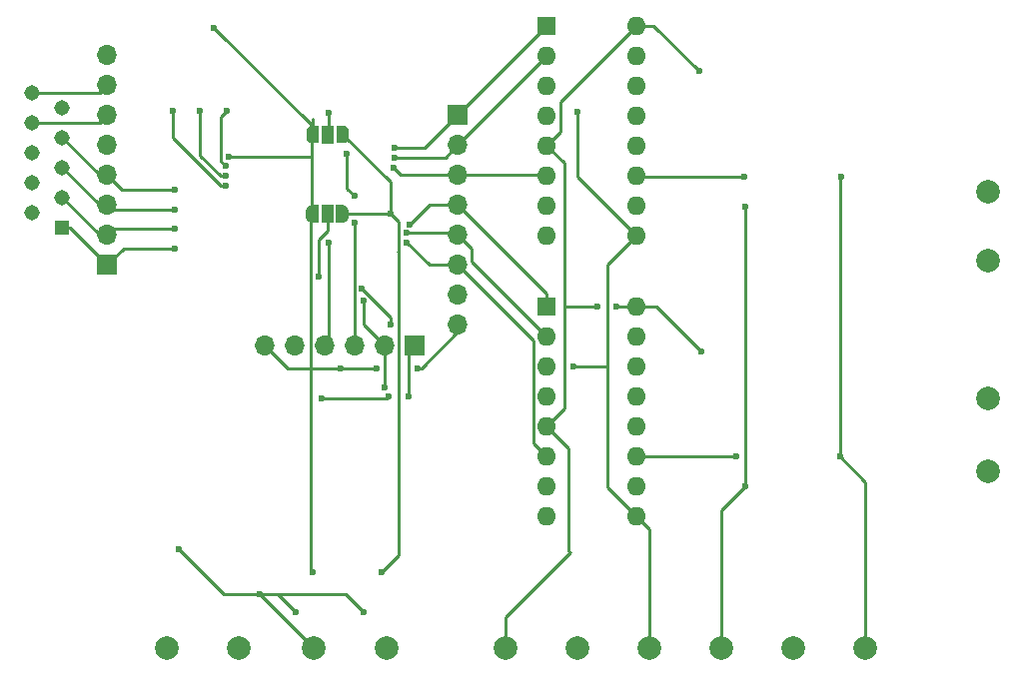
<source format=gbr>
G04 #@! TF.GenerationSoftware,KiCad,Pcbnew,(5.1.9-0-10_14)*
G04 #@! TF.CreationDate,2021-04-19T17:00:47+02:00*
G04 #@! TF.ProjectId,dac-i2s-nos,6461632d-6932-4732-9d6e-6f732e6b6963,rev?*
G04 #@! TF.SameCoordinates,Original*
G04 #@! TF.FileFunction,Copper,L2,Bot*
G04 #@! TF.FilePolarity,Positive*
%FSLAX46Y46*%
G04 Gerber Fmt 4.6, Leading zero omitted, Abs format (unit mm)*
G04 Created by KiCad (PCBNEW (5.1.9-0-10_14)) date 2021-04-19 17:00:47*
%MOMM*%
%LPD*%
G01*
G04 APERTURE LIST*
G04 #@! TA.AperFunction,ComponentPad*
%ADD10O,1.700000X1.700000*%
G04 #@! TD*
G04 #@! TA.AperFunction,ComponentPad*
%ADD11R,1.700000X1.700000*%
G04 #@! TD*
G04 #@! TA.AperFunction,ComponentPad*
%ADD12C,2.000000*%
G04 #@! TD*
G04 #@! TA.AperFunction,ComponentPad*
%ADD13O,1.600000X1.600000*%
G04 #@! TD*
G04 #@! TA.AperFunction,ComponentPad*
%ADD14R,1.600000X1.600000*%
G04 #@! TD*
G04 #@! TA.AperFunction,SMDPad,CuDef*
%ADD15R,1.000000X1.500000*%
G04 #@! TD*
G04 #@! TA.AperFunction,SMDPad,CuDef*
%ADD16C,0.100000*%
G04 #@! TD*
G04 #@! TA.AperFunction,ComponentPad*
%ADD17R,1.308000X1.308000*%
G04 #@! TD*
G04 #@! TA.AperFunction,ComponentPad*
%ADD18C,1.308000*%
G04 #@! TD*
G04 #@! TA.AperFunction,ViaPad*
%ADD19C,0.600000*%
G04 #@! TD*
G04 #@! TA.AperFunction,Conductor*
%ADD20C,0.250000*%
G04 #@! TD*
G04 APERTURE END LIST*
D10*
X148844000Y-94742000D03*
X148844000Y-92202000D03*
X148844000Y-89662000D03*
X148844000Y-87122000D03*
X148844000Y-84582000D03*
X148844000Y-82042000D03*
X148844000Y-79502000D03*
D11*
X148844000Y-76962000D03*
D12*
X193802000Y-100965000D03*
X193802000Y-107188000D03*
D13*
X163978000Y-93218000D03*
X156358000Y-110998000D03*
X163978000Y-95758000D03*
X156358000Y-108458000D03*
X163978000Y-98298000D03*
X156358000Y-105918000D03*
X163978000Y-100838000D03*
X156358000Y-103378000D03*
X163978000Y-103378000D03*
X156358000Y-100838000D03*
X163978000Y-105918000D03*
X156358000Y-98298000D03*
X163978000Y-108458000D03*
X156358000Y-95758000D03*
X163978000Y-110998000D03*
D14*
X156358000Y-93218000D03*
D12*
X177292000Y-122174000D03*
X171196000Y-122174000D03*
X183388000Y-122174000D03*
X193802000Y-89281000D03*
X193802000Y-83439000D03*
X159004000Y-122174000D03*
X152908000Y-122174000D03*
X165100000Y-122174000D03*
D13*
X164002501Y-69393001D03*
X156382501Y-87173001D03*
X164002501Y-71933001D03*
X156382501Y-84633001D03*
X164002501Y-74473001D03*
X156382501Y-82093001D03*
X164002501Y-77013001D03*
X156382501Y-79553001D03*
X164002501Y-79553001D03*
X156382501Y-77013001D03*
X164002501Y-82093001D03*
X156382501Y-74473001D03*
X164002501Y-84633001D03*
X156382501Y-71933001D03*
X164002501Y-87173001D03*
D14*
X156382501Y-69393001D03*
D15*
X137795000Y-78613000D03*
G04 #@! TA.AperFunction,SMDPad,CuDef*
D16*
G36*
X139095000Y-77863602D02*
G01*
X139119534Y-77863602D01*
X139168365Y-77868412D01*
X139216490Y-77877984D01*
X139263445Y-77892228D01*
X139308778Y-77911005D01*
X139352051Y-77934136D01*
X139392850Y-77961396D01*
X139430779Y-77992524D01*
X139465476Y-78027221D01*
X139496604Y-78065150D01*
X139523864Y-78105949D01*
X139546995Y-78149222D01*
X139565772Y-78194555D01*
X139580016Y-78241510D01*
X139589588Y-78289635D01*
X139594398Y-78338466D01*
X139594398Y-78363000D01*
X139595000Y-78363000D01*
X139595000Y-78863000D01*
X139594398Y-78863000D01*
X139594398Y-78887534D01*
X139589588Y-78936365D01*
X139580016Y-78984490D01*
X139565772Y-79031445D01*
X139546995Y-79076778D01*
X139523864Y-79120051D01*
X139496604Y-79160850D01*
X139465476Y-79198779D01*
X139430779Y-79233476D01*
X139392850Y-79264604D01*
X139352051Y-79291864D01*
X139308778Y-79314995D01*
X139263445Y-79333772D01*
X139216490Y-79348016D01*
X139168365Y-79357588D01*
X139119534Y-79362398D01*
X139095000Y-79362398D01*
X139095000Y-79363000D01*
X138545000Y-79363000D01*
X138545000Y-77863000D01*
X139095000Y-77863000D01*
X139095000Y-77863602D01*
G37*
G04 #@! TD.AperFunction*
G04 #@! TA.AperFunction,SMDPad,CuDef*
G36*
X137045000Y-79363000D02*
G01*
X136495000Y-79363000D01*
X136495000Y-79362398D01*
X136470466Y-79362398D01*
X136421635Y-79357588D01*
X136373510Y-79348016D01*
X136326555Y-79333772D01*
X136281222Y-79314995D01*
X136237949Y-79291864D01*
X136197150Y-79264604D01*
X136159221Y-79233476D01*
X136124524Y-79198779D01*
X136093396Y-79160850D01*
X136066136Y-79120051D01*
X136043005Y-79076778D01*
X136024228Y-79031445D01*
X136009984Y-78984490D01*
X136000412Y-78936365D01*
X135995602Y-78887534D01*
X135995602Y-78863000D01*
X135995000Y-78863000D01*
X135995000Y-78363000D01*
X135995602Y-78363000D01*
X135995602Y-78338466D01*
X136000412Y-78289635D01*
X136009984Y-78241510D01*
X136024228Y-78194555D01*
X136043005Y-78149222D01*
X136066136Y-78105949D01*
X136093396Y-78065150D01*
X136124524Y-78027221D01*
X136159221Y-77992524D01*
X136197150Y-77961396D01*
X136237949Y-77934136D01*
X136281222Y-77911005D01*
X136326555Y-77892228D01*
X136373510Y-77877984D01*
X136421635Y-77868412D01*
X136470466Y-77863602D01*
X136495000Y-77863602D01*
X136495000Y-77863000D01*
X137045000Y-77863000D01*
X137045000Y-79363000D01*
G37*
G04 #@! TD.AperFunction*
D15*
X137765000Y-85344000D03*
G04 #@! TA.AperFunction,SMDPad,CuDef*
D16*
G36*
X139065000Y-84594602D02*
G01*
X139089534Y-84594602D01*
X139138365Y-84599412D01*
X139186490Y-84608984D01*
X139233445Y-84623228D01*
X139278778Y-84642005D01*
X139322051Y-84665136D01*
X139362850Y-84692396D01*
X139400779Y-84723524D01*
X139435476Y-84758221D01*
X139466604Y-84796150D01*
X139493864Y-84836949D01*
X139516995Y-84880222D01*
X139535772Y-84925555D01*
X139550016Y-84972510D01*
X139559588Y-85020635D01*
X139564398Y-85069466D01*
X139564398Y-85094000D01*
X139565000Y-85094000D01*
X139565000Y-85594000D01*
X139564398Y-85594000D01*
X139564398Y-85618534D01*
X139559588Y-85667365D01*
X139550016Y-85715490D01*
X139535772Y-85762445D01*
X139516995Y-85807778D01*
X139493864Y-85851051D01*
X139466604Y-85891850D01*
X139435476Y-85929779D01*
X139400779Y-85964476D01*
X139362850Y-85995604D01*
X139322051Y-86022864D01*
X139278778Y-86045995D01*
X139233445Y-86064772D01*
X139186490Y-86079016D01*
X139138365Y-86088588D01*
X139089534Y-86093398D01*
X139065000Y-86093398D01*
X139065000Y-86094000D01*
X138515000Y-86094000D01*
X138515000Y-84594000D01*
X139065000Y-84594000D01*
X139065000Y-84594602D01*
G37*
G04 #@! TD.AperFunction*
G04 #@! TA.AperFunction,SMDPad,CuDef*
G36*
X137015000Y-86094000D02*
G01*
X136465000Y-86094000D01*
X136465000Y-86093398D01*
X136440466Y-86093398D01*
X136391635Y-86088588D01*
X136343510Y-86079016D01*
X136296555Y-86064772D01*
X136251222Y-86045995D01*
X136207949Y-86022864D01*
X136167150Y-85995604D01*
X136129221Y-85964476D01*
X136094524Y-85929779D01*
X136063396Y-85891850D01*
X136036136Y-85851051D01*
X136013005Y-85807778D01*
X135994228Y-85762445D01*
X135979984Y-85715490D01*
X135970412Y-85667365D01*
X135965602Y-85618534D01*
X135965602Y-85594000D01*
X135965000Y-85594000D01*
X135965000Y-85094000D01*
X135965602Y-85094000D01*
X135965602Y-85069466D01*
X135970412Y-85020635D01*
X135979984Y-84972510D01*
X135994228Y-84925555D01*
X136013005Y-84880222D01*
X136036136Y-84836949D01*
X136063396Y-84796150D01*
X136094524Y-84758221D01*
X136129221Y-84723524D01*
X136167150Y-84692396D01*
X136207949Y-84665136D01*
X136251222Y-84642005D01*
X136296555Y-84623228D01*
X136343510Y-84608984D01*
X136391635Y-84599412D01*
X136440466Y-84594602D01*
X136465000Y-84594602D01*
X136465000Y-84594000D01*
X137015000Y-84594000D01*
X137015000Y-86094000D01*
G37*
G04 #@! TD.AperFunction*
D10*
X132461000Y-96520000D03*
X135001000Y-96520000D03*
X137541000Y-96520000D03*
X140081000Y-96520000D03*
X142621000Y-96520000D03*
D11*
X145161000Y-96520000D03*
D17*
X115294000Y-86490000D03*
D18*
X112754000Y-85220000D03*
X115294000Y-83950000D03*
X112754000Y-82680000D03*
X115294000Y-81410000D03*
X112754000Y-80140000D03*
X115294000Y-78870000D03*
X112754000Y-77600000D03*
X115294000Y-76330000D03*
X112754000Y-75060000D03*
D10*
X119126000Y-71882000D03*
X119126000Y-74422000D03*
X119126000Y-76962000D03*
X119126000Y-79502000D03*
X119126000Y-82042000D03*
X119126000Y-84582000D03*
X119126000Y-87122000D03*
D11*
X119126000Y-89662000D03*
D12*
X130302000Y-122174000D03*
X124206000Y-122174000D03*
X142811500Y-122174000D03*
X136652000Y-122174000D03*
D19*
X136530000Y-115755500D03*
X129387000Y-80544000D03*
X128190000Y-69549000D03*
X138938000Y-98425000D03*
X141986000Y-98425000D03*
X145415000Y-98425000D03*
X124714000Y-76581000D03*
X129159000Y-82931000D03*
X142367000Y-115697000D03*
X143129000Y-85344000D03*
X137856000Y-76774000D03*
X124841000Y-83312000D03*
X124841000Y-84963000D03*
X124841000Y-86614000D03*
X124841000Y-88265000D03*
X125222000Y-113792000D03*
X135128000Y-119126000D03*
X140843000Y-119126000D03*
X132080000Y-117602000D03*
X137922000Y-87757000D03*
X139446000Y-80264000D03*
X140081000Y-83820000D03*
X140081000Y-86106000D03*
X142621000Y-100076000D03*
X140843000Y-92710000D03*
X143129000Y-94742000D03*
X143002000Y-100838000D03*
X144653000Y-100838000D03*
X137287000Y-100965000D03*
X140716000Y-91694000D03*
X137033000Y-90678000D03*
X129286000Y-76581000D03*
X129150272Y-81308175D03*
X127000000Y-76581000D03*
X129159000Y-82130997D03*
X143510000Y-79756000D03*
X144780000Y-86233000D03*
X159004000Y-76708000D03*
X158623000Y-98298000D03*
X169304500Y-73265500D03*
X169456500Y-96989500D03*
X162306000Y-93218000D03*
X160655000Y-93218000D03*
X173101000Y-82169000D03*
X173228000Y-84709000D03*
X173228000Y-108458000D03*
X181356000Y-82169000D03*
X181229000Y-105918000D03*
X172466000Y-105918000D03*
X143383000Y-81407000D03*
X143510000Y-80556003D03*
X144526969Y-87774571D03*
X144482887Y-86975784D03*
D20*
X136530000Y-115755500D02*
X136365999Y-115591499D01*
X136495000Y-77854000D02*
X128190000Y-69549000D01*
X136495000Y-78613000D02*
X136495000Y-77854000D01*
X136495000Y-77854000D02*
X136495000Y-77320998D01*
X134398001Y-98457001D02*
X136365999Y-98457001D01*
X132461000Y-96520000D02*
X134398001Y-98457001D01*
X136365999Y-115591499D02*
X136365999Y-98457001D01*
X136365999Y-85443001D02*
X136465000Y-85344000D01*
X136365999Y-98457001D02*
X136365999Y-85443001D01*
X136465000Y-78643000D02*
X136495000Y-78613000D01*
X136424000Y-80544000D02*
X136465000Y-80585000D01*
X136465000Y-80585000D02*
X136465000Y-78643000D01*
X129387000Y-80544000D02*
X136424000Y-80544000D01*
X136465000Y-85344000D02*
X136465000Y-80585000D01*
X136398000Y-98425000D02*
X136365999Y-98457001D01*
X138938000Y-98425000D02*
X136398000Y-98425000D01*
X138938000Y-98425000D02*
X141986000Y-98425000D01*
X145733198Y-98425000D02*
X148844000Y-95314198D01*
X148844000Y-95314198D02*
X148844000Y-94742000D01*
X145415000Y-98425000D02*
X145733198Y-98425000D01*
X124714000Y-78910264D02*
X124714000Y-76581000D01*
X128734736Y-82931000D02*
X124714000Y-78910264D01*
X129159000Y-82931000D02*
X128734736Y-82931000D01*
X143796001Y-86011001D02*
X143129000Y-85344000D01*
X142367000Y-115697000D02*
X143796001Y-114267999D01*
X143129000Y-85344000D02*
X143129000Y-82647000D01*
X143764000Y-88519000D02*
X143796001Y-88486999D01*
X143796001Y-88486999D02*
X143796001Y-86011001D01*
X143796001Y-114267999D02*
X143796001Y-88486999D01*
X139065000Y-85344000D02*
X143129000Y-85344000D01*
X143129000Y-82647000D02*
X139095000Y-78613000D01*
X137856000Y-78552000D02*
X137795000Y-78613000D01*
X137856000Y-76774000D02*
X137856000Y-78552000D01*
X118488000Y-77600000D02*
X119126000Y-76962000D01*
X112754000Y-77600000D02*
X118488000Y-77600000D01*
X112754000Y-79961078D02*
X112754000Y-80140000D01*
X118466000Y-82042000D02*
X119126000Y-82042000D01*
X115294000Y-78870000D02*
X118466000Y-82042000D01*
X120396000Y-83312000D02*
X119126000Y-82042000D01*
X124841000Y-83312000D02*
X120396000Y-83312000D01*
X118466000Y-84582000D02*
X119126000Y-84582000D01*
X115294000Y-81410000D02*
X118466000Y-84582000D01*
X119507000Y-84963000D02*
X119126000Y-84582000D01*
X124841000Y-84963000D02*
X119507000Y-84963000D01*
X118466000Y-87122000D02*
X119126000Y-87122000D01*
X115294000Y-83950000D02*
X118466000Y-87122000D01*
X119634000Y-86614000D02*
X119126000Y-87122000D01*
X124841000Y-86614000D02*
X119634000Y-86614000D01*
X119126000Y-89662000D02*
X118466000Y-89662000D01*
X115954000Y-86490000D02*
X119126000Y-89662000D01*
X115294000Y-86490000D02*
X115954000Y-86490000D01*
X120523000Y-88265000D02*
X119126000Y-89662000D01*
X124841000Y-88265000D02*
X120523000Y-88265000D01*
X129032000Y-117602000D02*
X132080000Y-117602000D01*
X125222000Y-113792000D02*
X129032000Y-117602000D01*
X132080000Y-117602000D02*
X136652000Y-122174000D01*
X133604000Y-117602000D02*
X135128000Y-119126000D01*
X132080000Y-117602000D02*
X133604000Y-117602000D01*
X140843000Y-119126000D02*
X139319000Y-117602000D01*
X139319000Y-117602000D02*
X133604000Y-117602000D01*
X137922000Y-96139000D02*
X137541000Y-96520000D01*
X137922000Y-87757000D02*
X137922000Y-96139000D01*
X139446000Y-83185000D02*
X140081000Y-83820000D01*
X139446000Y-80264000D02*
X139446000Y-83185000D01*
X140081000Y-86106000D02*
X140081000Y-96520000D01*
X142621000Y-100076000D02*
X142621000Y-96520000D01*
X140843000Y-94742000D02*
X142621000Y-96520000D01*
X140843000Y-92710000D02*
X140843000Y-94742000D01*
X142991327Y-100848673D02*
X143002000Y-100838000D01*
X144653000Y-97028000D02*
X145161000Y-96520000D01*
X144653000Y-100838000D02*
X144653000Y-97028000D01*
X142875000Y-100965000D02*
X143002000Y-100838000D01*
X137287000Y-100965000D02*
X142875000Y-100965000D01*
X143129000Y-94107000D02*
X143129000Y-94742000D01*
X140716000Y-91694000D02*
X143129000Y-94107000D01*
X137033000Y-90678000D02*
X137033000Y-87503000D01*
X137765000Y-86771000D02*
X137765000Y-85344000D01*
X137033000Y-87503000D02*
X137765000Y-86771000D01*
X128761999Y-77105001D02*
X129286000Y-76581000D01*
X128761999Y-80919902D02*
X128761999Y-77105001D01*
X129150272Y-81308175D02*
X128761999Y-80919902D01*
X127000000Y-80396261D02*
X127000000Y-76581000D01*
X128734736Y-82130997D02*
X127000000Y-80396261D01*
X129159000Y-82130997D02*
X128734736Y-82130997D01*
X118488000Y-75060000D02*
X119126000Y-74422000D01*
X112754000Y-75060000D02*
X118488000Y-75060000D01*
X156158999Y-69393001D02*
X156382501Y-69393001D01*
X156306502Y-69469000D02*
X156382501Y-69393001D01*
X148844000Y-76931502D02*
X156382501Y-69393001D01*
X148844000Y-76962000D02*
X148844000Y-76931502D01*
X146050000Y-79756000D02*
X148844000Y-76962000D01*
X143510000Y-79756000D02*
X146050000Y-79756000D01*
X156358000Y-92096000D02*
X156358000Y-93218000D01*
X148844000Y-84582000D02*
X156358000Y-92096000D01*
X146431000Y-84582000D02*
X148844000Y-84582000D01*
X144780000Y-86233000D02*
X146431000Y-84582000D01*
X159004000Y-82174500D02*
X159004000Y-76708000D01*
X164002501Y-87173001D02*
X159004000Y-82174500D01*
X165100000Y-112120000D02*
X163978000Y-110998000D01*
X165100000Y-122174000D02*
X165100000Y-112120000D01*
X164002501Y-87173001D02*
X161544000Y-89631502D01*
X161544000Y-108564000D02*
X161935500Y-108955500D01*
X163978000Y-110998000D02*
X161935500Y-108955500D01*
X158623000Y-98298000D02*
X161544000Y-98298000D01*
X161544000Y-98298000D02*
X161544000Y-108564000D01*
X161544000Y-89631502D02*
X161544000Y-98298000D01*
X157507502Y-78428000D02*
X157507502Y-75888000D01*
X156382501Y-79553001D02*
X157507502Y-78428000D01*
X160130002Y-73265500D02*
X160004751Y-73390751D01*
X160004751Y-73390751D02*
X164002501Y-69393001D01*
X157507502Y-75888000D02*
X160004751Y-73390751D01*
X165685000Y-93218000D02*
X169456500Y-96989500D01*
X163978000Y-93218000D02*
X165685000Y-93218000D01*
X165432001Y-69393001D02*
X169304500Y-73265500D01*
X164002501Y-69393001D02*
X165432001Y-69393001D01*
X152908000Y-122174000D02*
X152908000Y-119507000D01*
X152908000Y-119507000D02*
X158369000Y-114046000D01*
X158369000Y-114046000D02*
X158242000Y-113919000D01*
X158242000Y-105262000D02*
X156358000Y-103378000D01*
X158242000Y-113919000D02*
X158242000Y-105262000D01*
X156358000Y-103378000D02*
X157882000Y-101854000D01*
X157882000Y-81052500D02*
X156382501Y-79553001D01*
X163978000Y-93218000D02*
X162306000Y-93218000D01*
X157988000Y-93218000D02*
X157882000Y-93112000D01*
X160655000Y-93218000D02*
X157988000Y-93218000D01*
X157882000Y-93112000D02*
X157882000Y-81052500D01*
X157882000Y-101854000D02*
X157882000Y-93112000D01*
X164078500Y-82169000D02*
X164002501Y-82093001D01*
X173101000Y-82169000D02*
X164078500Y-82169000D01*
X173228000Y-108458000D02*
X173228000Y-84709000D01*
X171196000Y-110490000D02*
X173228000Y-108458000D01*
X171196000Y-122174000D02*
X171196000Y-110490000D01*
X181229000Y-82296000D02*
X181356000Y-82169000D01*
X181229000Y-105918000D02*
X181229000Y-82296000D01*
X183388000Y-108077000D02*
X181229000Y-105918000D01*
X183388000Y-122174000D02*
X183388000Y-108077000D01*
X172466000Y-105918000D02*
X163978000Y-105918000D01*
X144018000Y-82042000D02*
X148844000Y-82042000D01*
X143383000Y-81407000D02*
X144018000Y-82042000D01*
X156331500Y-82042000D02*
X156382501Y-82093001D01*
X148844000Y-82042000D02*
X156331500Y-82042000D01*
X156382501Y-71963499D02*
X156382501Y-71933001D01*
X148844000Y-79502000D02*
X156382501Y-71963499D01*
X147789997Y-80556003D02*
X148844000Y-79502000D01*
X143510000Y-80556003D02*
X147789997Y-80556003D01*
X155232999Y-104792999D02*
X156358000Y-105918000D01*
X155232999Y-96050999D02*
X155232999Y-104792999D01*
X148844000Y-89662000D02*
X155232999Y-96050999D01*
X146414398Y-89662000D02*
X148844000Y-89662000D01*
X144526969Y-87774571D02*
X146414398Y-89662000D01*
X150019001Y-89419001D02*
X156358000Y-95758000D01*
X150019001Y-88297001D02*
X150019001Y-89419001D01*
X148844000Y-87122000D02*
X150019001Y-88297001D01*
X148697784Y-86975784D02*
X148844000Y-87122000D01*
X144482887Y-86975784D02*
X148697784Y-86975784D01*
M02*

</source>
